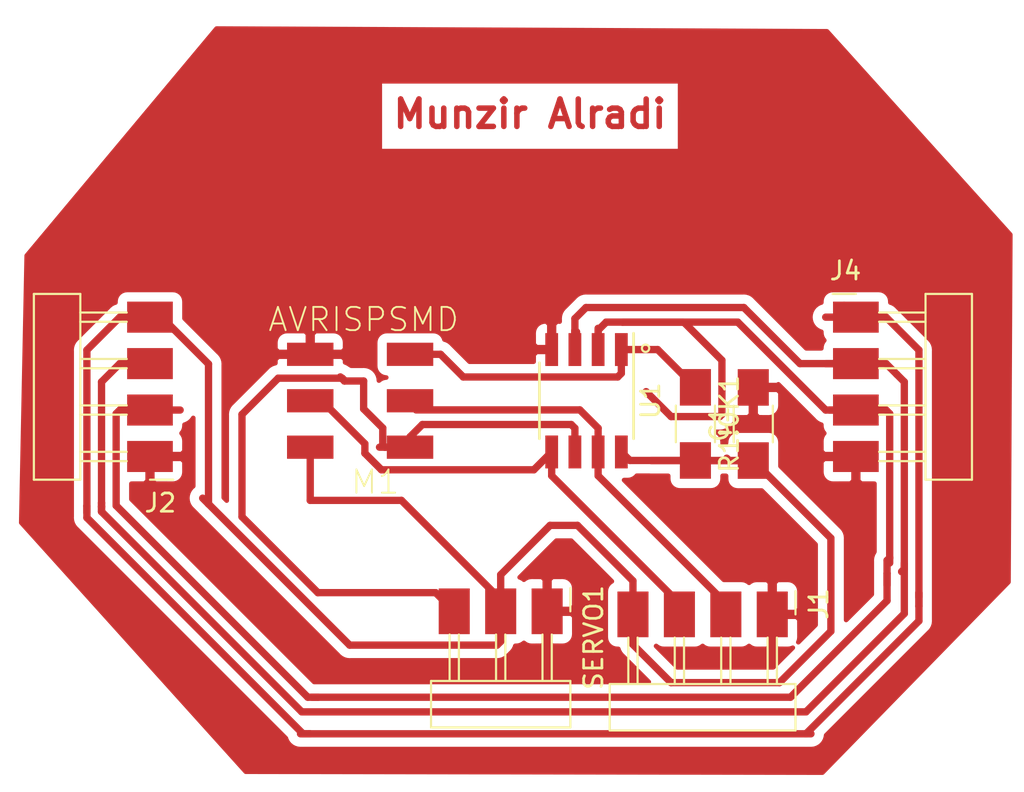
<source format=kicad_pcb>
(kicad_pcb (version 20171130) (host pcbnew "(5.1.9)-1")

  (general
    (thickness 1.6)
    (drawings 22)
    (tracks 154)
    (zones 0)
    (modules 8)
    (nets 9)
  )

  (page A4)
  (layers
    (0 F.Cu signal)
    (31 B.Cu signal)
    (32 B.Adhes user)
    (33 F.Adhes user)
    (34 B.Paste user)
    (35 F.Paste user)
    (36 B.SilkS user)
    (37 F.SilkS user)
    (38 B.Mask user)
    (39 F.Mask user)
    (40 Dwgs.User user)
    (41 Cmts.User user)
    (42 Eco1.User user)
    (43 Eco2.User user)
    (44 Edge.Cuts user)
    (45 Margin user)
    (46 B.CrtYd user)
    (47 F.CrtYd user)
    (48 B.Fab user)
    (49 F.Fab user)
  )

  (setup
    (last_trace_width 0.4)
    (trace_clearance 0.4)
    (zone_clearance 0.508)
    (zone_45_only no)
    (trace_min 0.2)
    (via_size 0.8)
    (via_drill 0.4)
    (via_min_size 0.4)
    (via_min_drill 0.3)
    (uvia_size 0.3)
    (uvia_drill 0.1)
    (uvias_allowed no)
    (uvia_min_size 0.2)
    (uvia_min_drill 0.1)
    (edge_width 0.05)
    (segment_width 0.2)
    (pcb_text_width 0.3)
    (pcb_text_size 1.5 1.5)
    (mod_edge_width 0.12)
    (mod_text_size 1 1)
    (mod_text_width 0.15)
    (pad_size 1.524 1.524)
    (pad_drill 0.762)
    (pad_to_mask_clearance 0)
    (aux_axis_origin 0 0)
    (visible_elements 7FFFFFFF)
    (pcbplotparams
      (layerselection 0x010fc_ffffffff)
      (usegerberextensions false)
      (usegerberattributes true)
      (usegerberadvancedattributes true)
      (creategerberjobfile true)
      (excludeedgelayer true)
      (linewidth 0.100000)
      (plotframeref false)
      (viasonmask false)
      (mode 1)
      (useauxorigin false)
      (hpglpennumber 1)
      (hpglpenspeed 20)
      (hpglpendiameter 15.000000)
      (psnegative false)
      (psa4output false)
      (plotreference true)
      (plotvalue true)
      (plotinvisibletext false)
      (padsonsilk false)
      (subtractmaskfromsilk false)
      (outputformat 1)
      (mirror false)
      (drillshape 1)
      (scaleselection 1)
      (outputdirectory ""))
  )

  (net 0 "")
  (net 1 GND)
  (net 2 +5V)
  (net 3 /SCK-TX-SCL)
  (net 4 /MOSI-SDA)
  (net 5 /RXD)
  (net 6 /TXD)
  (net 7 /MISO-Servo-D0-RX)
  (net 8 /RST)

  (net_class Default "This is the default net class."
    (clearance 0.4)
    (trace_width 0.4)
    (via_dia 0.8)
    (via_drill 0.4)
    (uvia_dia 0.3)
    (uvia_drill 0.1)
    (add_net +5V)
    (add_net /MISO-Servo-D0-RX)
    (add_net /MOSI-SDA)
    (add_net /RST)
    (add_net /RXD)
    (add_net /SCK-TX-SCL)
    (add_net /TXD)
    (add_net GND)
  )

  (module fab:SOIC-8_3.9x4.9mm_P1.27mm (layer F.Cu) (tedit 6002FE9A) (tstamp 609888BC)
    (at 174.244 100.584 270)
    (tags "SOIC 1.27")
    (path /60965D48)
    (attr smd)
    (fp_text reference U1 (at 0 -3.5 90) (layer F.SilkS)
      (effects (font (size 1 1) (thickness 0.15)))
    )
    (fp_text value Microcontroller_ATtiny45V-10SU (at 0 3.683 90) (layer F.Fab)
      (effects (font (size 1 1) (thickness 0.15)))
    )
    (fp_line (start -3.9 2.75) (end -3.9 -2.8) (layer B.CrtYd) (width 0.05))
    (fp_line (start 3.95 2.75) (end -3.9 2.75) (layer B.CrtYd) (width 0.05))
    (fp_line (start 3.95 -2.8) (end 3.95 2.75) (layer B.CrtYd) (width 0.05))
    (fp_line (start -3.9 -2.8) (end 3.95 -2.8) (layer B.CrtYd) (width 0.05))
    (fp_line (start -1.95 -2.45) (end -1.95 2.45) (layer F.Fab) (width 0.1))
    (fp_line (start 1.95 -2.45) (end 1.95 2.45) (layer F.Fab) (width 0.1))
    (fp_line (start -1.95 2.45) (end 1.95 2.45) (layer F.Fab) (width 0.1))
    (fp_line (start -1.95 -2.45) (end 1.95 -2.45) (layer F.Fab) (width 0.1))
    (fp_line (start -2.075 2.575) (end 2.075 2.575) (layer F.SilkS) (width 0.15))
    (fp_line (start -3.69 -2.575) (end 2.075 -2.575) (layer F.SilkS) (width 0.15))
    (fp_circle (center -2.87 -3.23) (end -2.67 -3.23) (layer F.SilkS) (width 0.12))
    (fp_text user %R (at 0 0 90) (layer F.Fab)
      (effects (font (size 0.9 0.9) (thickness 0.135)))
    )
    (pad 8 smd rect (at 2.8 -1.905 270) (size 1.8 0.7) (layers F.Cu F.Paste F.Mask)
      (net 2 +5V))
    (pad 7 smd rect (at 2.8 -0.635 270) (size 1.8 0.7) (layers F.Cu F.Paste F.Mask)
      (net 3 /SCK-TX-SCL))
    (pad 6 smd rect (at 2.8 0.635 270) (size 1.8 0.7) (layers F.Cu F.Paste F.Mask)
      (net 7 /MISO-Servo-D0-RX))
    (pad 5 smd rect (at 2.8 1.905 270) (size 1.8 0.7) (layers F.Cu F.Paste F.Mask)
      (net 4 /MOSI-SDA))
    (pad 4 smd rect (at -2.8 1.905 270) (size 1.8 0.7) (layers F.Cu F.Paste F.Mask)
      (net 1 GND))
    (pad 3 smd rect (at -2.8 0.635 270) (size 1.8 0.7) (layers F.Cu F.Paste F.Mask)
      (net 5 /RXD))
    (pad 2 smd rect (at -2.8 -0.635 270) (size 1.8 0.7) (layers F.Cu F.Paste F.Mask)
      (net 6 /TXD))
    (pad 1 smd rect (at -2.8 -1.905 270) (size 1.8 0.7) (layers F.Cu F.Paste F.Mask)
      (net 8 /RST))
    (model ${FAB}/fab.3dshapes/SOIC-8_3.9x4.9mm_P1.27mm.step
      (at (xyz 0 0 0))
      (scale (xyz 1 1 1))
      (rotate (xyz 0 0 0))
    )
  )

  (module fab:Header_SMD_01x03_P2.54mm_Horizontal_Male (layer F.Cu) (tedit 5FFC95A6) (tstamp 609888A4)
    (at 172.09 112.1 270)
    (descr https://s3.amazonaws.com/catalogspreads-pdf/PAGE112-113%20.100%20MALE%20HDR.pdf)
    (tags "horizontal pin header SMD 2.54mm")
    (path /6096C0A8)
    (attr smd)
    (fp_text reference SERVO1 (at -1.524 -2.54 270) (layer F.SilkS)
      (effects (font (size 1 1) (thickness 0.15)) (justify right))
    )
    (fp_text value Conn_01x03_Male (at 2.6 8.3 270) (layer F.Fab)
      (effects (font (size 1 1) (thickness 0.15)))
    )
    (fp_line (start 6.4 -1.8) (end -1.8 -1.8) (layer F.CrtYd) (width 0.05))
    (fp_line (start 6.4 6.9) (end 6.4 -1.8) (layer F.CrtYd) (width 0.05))
    (fp_line (start -1.8 6.9) (end 6.4 6.9) (layer F.CrtYd) (width 0.05))
    (fp_line (start -1.8 -1.8) (end -1.8 6.9) (layer F.CrtYd) (width 0.05))
    (fp_line (start -1.27 -1.27) (end 0 -1.27) (layer F.SilkS) (width 0.12))
    (fp_line (start 3.81 6.35) (end 3.8 -1.27) (layer F.Fab) (width 0.1))
    (fp_line (start 3.8 -1.27) (end 6.34 -1.27) (layer F.Fab) (width 0.1))
    (fp_line (start 3.8 6.35) (end 6.35 6.35) (layer F.Fab) (width 0.1))
    (fp_line (start 6.34 -1.27) (end 6.35 6.35) (layer F.Fab) (width 0.1))
    (fp_line (start 3.81 0) (end -0.635 0) (layer F.Fab) (width 0.1))
    (fp_line (start 3.81 2.54) (end -0.635 2.54) (layer F.Fab) (width 0.1))
    (fp_line (start 3.81 5.08) (end -0.635 5.08) (layer F.Fab) (width 0.1))
    (fp_line (start 3.81 -1.27) (end 6.35 -1.27) (layer F.SilkS) (width 0.12))
    (fp_line (start 6.35 -1.27) (end 6.35 6.35) (layer F.SilkS) (width 0.12))
    (fp_line (start 6.35 6.35) (end 3.81 6.35) (layer F.SilkS) (width 0.12))
    (fp_line (start 3.81 6.35) (end 3.81 -1.27) (layer F.SilkS) (width 0.12))
    (fp_line (start 3.81 -0.254) (end 1.27 -0.254) (layer F.SilkS) (width 0.12))
    (fp_line (start 3.81 0.254) (end 1.27 0.254) (layer F.SilkS) (width 0.12))
    (fp_line (start 3.81 2.286) (end 1.27 2.286) (layer F.SilkS) (width 0.12))
    (fp_line (start 3.81 2.794) (end 1.27 2.794) (layer F.SilkS) (width 0.12))
    (fp_line (start 3.81 4.826) (end 1.27 4.826) (layer F.SilkS) (width 0.12))
    (fp_line (start 3.81 5.334) (end 1.27 5.334) (layer F.SilkS) (width 0.12))
    (fp_line (start -0.635 -0.254) (end -0.635 0.254) (layer F.Fab) (width 0.1))
    (fp_line (start -0.635 2.286) (end -0.635 2.794) (layer F.Fab) (width 0.1))
    (fp_line (start -0.635 4.826) (end -0.635 5.334) (layer F.Fab) (width 0.1))
    (fp_text user %R (at 2.4 2.6) (layer F.Fab)
      (effects (font (size 1 1) (thickness 0.15)))
    )
    (pad 1 smd rect (at 0 0 270) (size 2.5 1.7) (layers F.Cu F.Paste F.Mask)
      (net 1 GND))
    (pad 2 smd rect (at 0 2.54 270) (size 2.5 1.7) (layers F.Cu F.Paste F.Mask)
      (net 2 +5V))
    (pad 3 smd rect (at 0 5.08 270) (size 2.5 1.7) (layers F.Cu F.Paste F.Mask)
      (net 7 /MISO-Servo-D0-RX))
    (model "$(FAB)/fab.3dshapes/Header_SMD_01x03_P2.54mm_Horizontal_Male.step"
      (at (xyz 0 0 0))
      (scale (xyz 1 1 1))
      (rotate (xyz 0 0 0))
    )
  )

  (module fab:Header_SMD_01x04_P2.54mm_Horizontal_Male (layer F.Cu) (tedit 5FFCB1D6) (tstamp 609887E6)
    (at 150.368 103.632 180)
    (descr https://s3.amazonaws.com/catalogspreads-pdf/PAGE112-113%20.100%20MALE%20HDR.pdf)
    (tags "horizontal pin header SMD 2.54mm")
    (path /60971B5C)
    (attr smd)
    (fp_text reference J2 (at -1.524 -2.54 180) (layer F.SilkS)
      (effects (font (size 1 1) (thickness 0.15)) (justify right))
    )
    (fp_text value BusL (at 0 10.795) (layer F.Fab)
      (effects (font (size 1 1) (thickness 0.15)))
    )
    (fp_line (start 6.4 -1.8) (end -1.8 -1.8) (layer F.CrtYd) (width 0.05))
    (fp_line (start 6.4 9.4) (end 6.4 -1.8) (layer F.CrtYd) (width 0.05))
    (fp_line (start -1.8 9.4) (end 6.4 9.4) (layer F.CrtYd) (width 0.05))
    (fp_line (start -1.8 -1.8) (end -1.8 9.4) (layer F.CrtYd) (width 0.05))
    (fp_line (start -1.27 -1.27) (end 0 -1.27) (layer F.SilkS) (width 0.12))
    (fp_line (start 3.8 8.89) (end 3.8 -1.27) (layer F.Fab) (width 0.1))
    (fp_line (start 3.8 -1.27) (end 6.34 -1.27) (layer F.Fab) (width 0.1))
    (fp_line (start 3.8 8.89) (end 6.35 8.89) (layer F.Fab) (width 0.1))
    (fp_line (start 6.34 -1.27) (end 6.35 8.89) (layer F.Fab) (width 0.1))
    (fp_line (start 3.81 0) (end -0.635 0) (layer F.Fab) (width 0.1))
    (fp_line (start 3.81 2.54) (end -0.635 2.54) (layer F.Fab) (width 0.1))
    (fp_line (start 3.81 5.08) (end -0.635 5.08) (layer F.Fab) (width 0.1))
    (fp_line (start 3.81 7.62) (end -0.635 7.62) (layer F.Fab) (width 0.1))
    (fp_line (start 3.81 -1.27) (end 6.35 -1.27) (layer F.SilkS) (width 0.12))
    (fp_line (start 6.35 -1.27) (end 6.35 8.89) (layer F.SilkS) (width 0.12))
    (fp_line (start 6.35 8.89) (end 3.81 8.89) (layer F.SilkS) (width 0.12))
    (fp_line (start 3.81 8.89) (end 3.81 -1.27) (layer F.SilkS) (width 0.12))
    (fp_line (start 3.81 -0.254) (end 1.27 -0.254) (layer F.SilkS) (width 0.12))
    (fp_line (start 3.81 0.254) (end 1.27 0.254) (layer F.SilkS) (width 0.12))
    (fp_line (start 3.81 2.286) (end 1.27 2.286) (layer F.SilkS) (width 0.12))
    (fp_line (start 3.81 2.794) (end 1.27 2.794) (layer F.SilkS) (width 0.12))
    (fp_line (start 3.81 4.826) (end 1.27 4.826) (layer F.SilkS) (width 0.12))
    (fp_line (start 3.81 5.334) (end 1.27 5.334) (layer F.SilkS) (width 0.12))
    (fp_line (start 3.81 7.366) (end 1.27 7.366) (layer F.SilkS) (width 0.12))
    (fp_line (start 3.81 7.874) (end 1.27 7.874) (layer F.SilkS) (width 0.12))
    (fp_line (start -0.635 -0.254) (end -0.635 0.254) (layer F.Fab) (width 0.1))
    (fp_line (start -0.635 2.286) (end -0.635 2.794) (layer F.Fab) (width 0.1))
    (fp_line (start -0.635 4.826) (end -0.635 5.334) (layer F.Fab) (width 0.1))
    (fp_line (start -0.635 7.366) (end -0.635 7.874) (layer F.Fab) (width 0.1))
    (fp_text user %R (at 2.5 3.9 90) (layer F.Fab)
      (effects (font (size 1 1) (thickness 0.15)))
    )
    (pad 4 smd rect (at 0 7.62 180) (size 2.5 1.7) (layers F.Cu F.Paste F.Mask)
      (net 2 +5V))
    (pad 3 smd rect (at 0 5.08 180) (size 2.5 1.7) (layers F.Cu F.Paste F.Mask)
      (net 5 /RXD))
    (pad 2 smd rect (at 0 2.54 180) (size 2.5 1.7) (layers F.Cu F.Paste F.Mask)
      (net 6 /TXD))
    (pad 1 smd rect (at 0 0 180) (size 2.5 1.7) (layers F.Cu F.Paste F.Mask)
      (net 1 GND))
    (model ${FAB}/fab.3dshapes/Header_SMD_01x04_P2.54mm_Horizontal_Male.step
      (at (xyz 0 0 0))
      (scale (xyz 1 1 1))
      (rotate (xyz 0 0 0))
    )
  )

  (module fab:C_1206 (layer F.Cu) (tedit 6002C54C) (tstamp 6098879A)
    (at 183.365001 101.854999 90)
    (descr "Capacitor SMD 1206, hand soldering")
    (tags "capacitor 1206")
    (path /60973B48)
    (attr smd)
    (fp_text reference C1 (at 0 -1.85 90) (layer F.SilkS)
      (effects (font (size 1 1) (thickness 0.15)))
    )
    (fp_text value 1uf (at 0 1.9 90) (layer F.Fab)
      (effects (font (size 1 1) (thickness 0.15)))
    )
    (fp_line (start -1.6 0.8) (end -1.6 -0.8) (layer F.Fab) (width 0.1))
    (fp_line (start 1.6 0.8) (end -1.6 0.8) (layer F.Fab) (width 0.1))
    (fp_line (start 1.6 -0.8) (end 1.6 0.8) (layer F.Fab) (width 0.1))
    (fp_line (start -1.6 -0.8) (end 1.6 -0.8) (layer F.Fab) (width 0.1))
    (fp_line (start 1 1.07) (end -1 1.07) (layer F.SilkS) (width 0.12))
    (fp_line (start -1 -1.07) (end 1 -1.07) (layer F.SilkS) (width 0.12))
    (fp_line (start -3.25 -1.11) (end 3.25 -1.11) (layer F.CrtYd) (width 0.05))
    (fp_line (start -3.25 -1.11) (end -3.25 1.1) (layer F.CrtYd) (width 0.05))
    (fp_line (start 3.25 1.1) (end 3.25 -1.11) (layer F.CrtYd) (width 0.05))
    (fp_line (start 3.25 1.1) (end -3.25 1.1) (layer F.CrtYd) (width 0.05))
    (fp_text user %R (at 0 0 90) (layer F.Fab)
      (effects (font (size 0.7 0.7) (thickness 0.105)))
    )
    (pad 2 smd rect (at 2 0 90) (size 2 1.7) (layers F.Cu F.Paste F.Mask)
      (net 1 GND))
    (pad 1 smd rect (at -2 0 90) (size 2 1.7) (layers F.Cu F.Paste F.Mask)
      (net 2 +5V))
    (model ${FAB}/fab.3dshapes/C_1206.step
      (at (xyz 0 0 0))
      (scale (xyz 1 1 1))
      (rotate (xyz 0 0 0))
    )
  )

  (module fab:Header_SMD_01x04_P2.54mm_Horizontal_Male (layer F.Cu) (tedit 5FFCB1D6) (tstamp 609887C0)
    (at 184.404 112.268 270)
    (descr https://s3.amazonaws.com/catalogspreads-pdf/PAGE112-113%20.100%20MALE%20HDR.pdf)
    (tags "horizontal pin header SMD 2.54mm")
    (path /609A4F06)
    (attr smd)
    (fp_text reference J1 (at -1.524 -2.54 270) (layer F.SilkS)
      (effects (font (size 1 1) (thickness 0.15)) (justify right))
    )
    (fp_text value I2C (at 0 10.795 90) (layer F.Fab)
      (effects (font (size 1 1) (thickness 0.15)))
    )
    (fp_line (start -0.635 7.366) (end -0.635 7.874) (layer F.Fab) (width 0.1))
    (fp_line (start -0.635 4.826) (end -0.635 5.334) (layer F.Fab) (width 0.1))
    (fp_line (start -0.635 2.286) (end -0.635 2.794) (layer F.Fab) (width 0.1))
    (fp_line (start -0.635 -0.254) (end -0.635 0.254) (layer F.Fab) (width 0.1))
    (fp_line (start 3.81 7.874) (end 1.27 7.874) (layer F.SilkS) (width 0.12))
    (fp_line (start 3.81 7.366) (end 1.27 7.366) (layer F.SilkS) (width 0.12))
    (fp_line (start 3.81 5.334) (end 1.27 5.334) (layer F.SilkS) (width 0.12))
    (fp_line (start 3.81 4.826) (end 1.27 4.826) (layer F.SilkS) (width 0.12))
    (fp_line (start 3.81 2.794) (end 1.27 2.794) (layer F.SilkS) (width 0.12))
    (fp_line (start 3.81 2.286) (end 1.27 2.286) (layer F.SilkS) (width 0.12))
    (fp_line (start 3.81 0.254) (end 1.27 0.254) (layer F.SilkS) (width 0.12))
    (fp_line (start 3.81 -0.254) (end 1.27 -0.254) (layer F.SilkS) (width 0.12))
    (fp_line (start 3.81 8.89) (end 3.81 -1.27) (layer F.SilkS) (width 0.12))
    (fp_line (start 6.35 8.89) (end 3.81 8.89) (layer F.SilkS) (width 0.12))
    (fp_line (start 6.35 -1.27) (end 6.35 8.89) (layer F.SilkS) (width 0.12))
    (fp_line (start 3.81 -1.27) (end 6.35 -1.27) (layer F.SilkS) (width 0.12))
    (fp_line (start 3.81 7.62) (end -0.635 7.62) (layer F.Fab) (width 0.1))
    (fp_line (start 3.81 5.08) (end -0.635 5.08) (layer F.Fab) (width 0.1))
    (fp_line (start 3.81 2.54) (end -0.635 2.54) (layer F.Fab) (width 0.1))
    (fp_line (start 3.81 0) (end -0.635 0) (layer F.Fab) (width 0.1))
    (fp_line (start 6.34 -1.27) (end 6.35 8.89) (layer F.Fab) (width 0.1))
    (fp_line (start 3.8 8.89) (end 6.35 8.89) (layer F.Fab) (width 0.1))
    (fp_line (start 3.8 -1.27) (end 6.34 -1.27) (layer F.Fab) (width 0.1))
    (fp_line (start 3.8 8.89) (end 3.8 -1.27) (layer F.Fab) (width 0.1))
    (fp_line (start -1.27 -1.27) (end 0 -1.27) (layer F.SilkS) (width 0.12))
    (fp_line (start -1.8 -1.8) (end -1.8 9.4) (layer F.CrtYd) (width 0.05))
    (fp_line (start -1.8 9.4) (end 6.4 9.4) (layer F.CrtYd) (width 0.05))
    (fp_line (start 6.4 9.4) (end 6.4 -1.8) (layer F.CrtYd) (width 0.05))
    (fp_line (start 6.4 -1.8) (end -1.8 -1.8) (layer F.CrtYd) (width 0.05))
    (fp_text user %R (at 2.5 3.9) (layer F.Fab)
      (effects (font (size 1 1) (thickness 0.15)))
    )
    (pad 1 smd rect (at 0 0 270) (size 2.5 1.7) (layers F.Cu F.Paste F.Mask)
      (net 1 GND))
    (pad 2 smd rect (at 0 2.54 270) (size 2.5 1.7) (layers F.Cu F.Paste F.Mask)
      (net 3 /SCK-TX-SCL))
    (pad 3 smd rect (at 0 5.08 270) (size 2.5 1.7) (layers F.Cu F.Paste F.Mask)
      (net 4 /MOSI-SDA))
    (pad 4 smd rect (at 0 7.62 270) (size 2.5 1.7) (layers F.Cu F.Paste F.Mask)
      (net 2 +5V))
    (model ${FAB}/fab.3dshapes/Header_SMD_01x04_P2.54mm_Horizontal_Male.step
      (at (xyz 0 0 0))
      (scale (xyz 1 1 1))
      (rotate (xyz 0 0 0))
    )
  )

  (module fab:Header_SMD_01x04_P2.54mm_Horizontal_Male (layer F.Cu) (tedit 5FFCB1D6) (tstamp 60988842)
    (at 188.976 96.012)
    (descr https://s3.amazonaws.com/catalogspreads-pdf/PAGE112-113%20.100%20MALE%20HDR.pdf)
    (tags "horizontal pin header SMD 2.54mm")
    (path /6096CA43)
    (attr smd)
    (fp_text reference J4 (at -1.524 -2.54 180) (layer F.SilkS)
      (effects (font (size 1 1) (thickness 0.15)) (justify left))
    )
    (fp_text value busR (at 0 10.795) (layer F.Fab)
      (effects (font (size 1 1) (thickness 0.15)))
    )
    (fp_line (start -0.635 7.366) (end -0.635 7.874) (layer F.Fab) (width 0.1))
    (fp_line (start -0.635 4.826) (end -0.635 5.334) (layer F.Fab) (width 0.1))
    (fp_line (start -0.635 2.286) (end -0.635 2.794) (layer F.Fab) (width 0.1))
    (fp_line (start -0.635 -0.254) (end -0.635 0.254) (layer F.Fab) (width 0.1))
    (fp_line (start 3.81 7.874) (end 1.27 7.874) (layer F.SilkS) (width 0.12))
    (fp_line (start 3.81 7.366) (end 1.27 7.366) (layer F.SilkS) (width 0.12))
    (fp_line (start 3.81 5.334) (end 1.27 5.334) (layer F.SilkS) (width 0.12))
    (fp_line (start 3.81 4.826) (end 1.27 4.826) (layer F.SilkS) (width 0.12))
    (fp_line (start 3.81 2.794) (end 1.27 2.794) (layer F.SilkS) (width 0.12))
    (fp_line (start 3.81 2.286) (end 1.27 2.286) (layer F.SilkS) (width 0.12))
    (fp_line (start 3.81 0.254) (end 1.27 0.254) (layer F.SilkS) (width 0.12))
    (fp_line (start 3.81 -0.254) (end 1.27 -0.254) (layer F.SilkS) (width 0.12))
    (fp_line (start 3.81 8.89) (end 3.81 -1.27) (layer F.SilkS) (width 0.12))
    (fp_line (start 6.35 8.89) (end 3.81 8.89) (layer F.SilkS) (width 0.12))
    (fp_line (start 6.35 -1.27) (end 6.35 8.89) (layer F.SilkS) (width 0.12))
    (fp_line (start 3.81 -1.27) (end 6.35 -1.27) (layer F.SilkS) (width 0.12))
    (fp_line (start 3.81 7.62) (end -0.635 7.62) (layer F.Fab) (width 0.1))
    (fp_line (start 3.81 5.08) (end -0.635 5.08) (layer F.Fab) (width 0.1))
    (fp_line (start 3.81 2.54) (end -0.635 2.54) (layer F.Fab) (width 0.1))
    (fp_line (start 3.81 0) (end -0.635 0) (layer F.Fab) (width 0.1))
    (fp_line (start 6.34 -1.27) (end 6.35 8.89) (layer F.Fab) (width 0.1))
    (fp_line (start 3.8 8.89) (end 6.35 8.89) (layer F.Fab) (width 0.1))
    (fp_line (start 3.8 -1.27) (end 6.34 -1.27) (layer F.Fab) (width 0.1))
    (fp_line (start 3.8 8.89) (end 3.8 -1.27) (layer F.Fab) (width 0.1))
    (fp_line (start -1.27 -1.27) (end 0 -1.27) (layer F.SilkS) (width 0.12))
    (fp_line (start -1.8 -1.8) (end -1.8 9.4) (layer F.CrtYd) (width 0.05))
    (fp_line (start -1.8 9.4) (end 6.4 9.4) (layer F.CrtYd) (width 0.05))
    (fp_line (start 6.4 9.4) (end 6.4 -1.8) (layer F.CrtYd) (width 0.05))
    (fp_line (start 6.4 -1.8) (end -1.8 -1.8) (layer F.CrtYd) (width 0.05))
    (fp_text user %R (at 2.5 3.9 90) (layer F.Fab)
      (effects (font (size 1 1) (thickness 0.15)))
    )
    (pad 1 smd rect (at 0 0) (size 2.5 1.7) (layers F.Cu F.Paste F.Mask)
      (net 2 +5V))
    (pad 2 smd rect (at 0 2.54) (size 2.5 1.7) (layers F.Cu F.Paste F.Mask)
      (net 5 /RXD))
    (pad 3 smd rect (at 0 5.08) (size 2.5 1.7) (layers F.Cu F.Paste F.Mask)
      (net 6 /TXD))
    (pad 4 smd rect (at 0 7.62) (size 2.5 1.7) (layers F.Cu F.Paste F.Mask)
      (net 1 GND))
    (model ${FAB}/fab.3dshapes/Header_SMD_01x04_P2.54mm_Horizontal_Male.step
      (at (xyz 0 0 0))
      (scale (xyz 1 1 1))
      (rotate (xyz 0 0 0))
    )
  )

  (module fab:fab-2X03SMD (layer F.Cu) (tedit 200000) (tstamp 60988861)
    (at 162.052 100.584 180)
    (path /60968532)
    (attr smd)
    (fp_text reference M1 (at -0.635 -4.445) (layer F.SilkS)
      (effects (font (size 1.27 1.27) (thickness 0.1016)))
    )
    (fp_text value AVRISPSMD (at 0 4.445) (layer F.SilkS)
      (effects (font (size 1.27 1.27) (thickness 0.1016)))
    )
    (pad 1 smd rect (at -2.54 -2.54 180) (size 2.54 1.27) (layers F.Cu F.Paste F.Mask)
      (net 7 /MISO-Servo-D0-RX))
    (pad 2 smd rect (at 2.91846 -2.54 180) (size 2.54 1.27) (layers F.Cu F.Paste F.Mask)
      (net 2 +5V))
    (pad 3 smd rect (at -2.54 0 180) (size 2.54 1.27) (layers F.Cu F.Paste F.Mask)
      (net 3 /SCK-TX-SCL))
    (pad 4 smd rect (at 2.91846 0 180) (size 2.54 1.27) (layers F.Cu F.Paste F.Mask)
      (net 4 /MOSI-SDA))
    (pad 5 smd rect (at -2.54 2.54 180) (size 2.54 1.27) (layers F.Cu F.Paste F.Mask)
      (net 8 /RST))
    (pad 6 smd rect (at 2.91846 2.54 180) (size 2.54 1.27) (layers F.Cu F.Paste F.Mask)
      (net 1 GND))
  )

  (module fab:R_1206 (layer F.Cu) (tedit 60020482) (tstamp 60988883)
    (at 180.2 101.85 270)
    (descr "Resistor SMD 1206, hand soldering")
    (tags "resistor 1206")
    (path /609711A5)
    (attr smd)
    (fp_text reference R1!0K1 (at 0 -1.85 90) (layer F.SilkS)
      (effects (font (size 1 1) (thickness 0.15)))
    )
    (fp_text value R (at 0 1.9 90) (layer F.Fab)
      (effects (font (size 1 1) (thickness 0.15)))
    )
    (fp_line (start -1.6 0.8) (end -1.6 -0.8) (layer F.Fab) (width 0.1))
    (fp_line (start 1.6 0.8) (end -1.6 0.8) (layer F.Fab) (width 0.1))
    (fp_line (start 1.6 -0.8) (end 1.6 0.8) (layer F.Fab) (width 0.1))
    (fp_line (start -1.6 -0.8) (end 1.6 -0.8) (layer F.Fab) (width 0.1))
    (fp_line (start 1 1.07) (end -1 1.07) (layer F.SilkS) (width 0.12))
    (fp_line (start -1 -1.07) (end 1 -1.07) (layer F.SilkS) (width 0.12))
    (fp_line (start -3.25 -1.11) (end 3.25 -1.11) (layer F.CrtYd) (width 0.05))
    (fp_line (start -3.25 -1.11) (end -3.25 1.1) (layer F.CrtYd) (width 0.05))
    (fp_line (start 3.25 1.1) (end 3.25 -1.11) (layer F.CrtYd) (width 0.05))
    (fp_line (start 3.25 1.1) (end -3.25 1.1) (layer F.CrtYd) (width 0.05))
    (fp_text user %R (at 0 0 90) (layer F.Fab)
      (effects (font (size 0.7 0.7) (thickness 0.105)))
    )
    (pad 2 smd rect (at 2 0 270) (size 2 1.7) (layers F.Cu F.Paste F.Mask)
      (net 2 +5V))
    (pad 1 smd rect (at -2 0 270) (size 2 1.7) (layers F.Cu F.Paste F.Mask)
      (net 8 /RST))
    (model ${FAB}/fab.3dshapes/R_1206.step
      (at (xyz 0 0 0))
      (scale (xyz 1 1 1))
      (rotate (xyz 0 0 0))
    )
  )

  (gr_poly (pts (xy 187.45 80.15) (xy 197.6 91.5) (xy 197.5 110.55) (xy 187.15 121.2) (xy 155.55 121.05) (xy 143.15 107.3) (xy 143.4 92.55) (xy 154.1 79.9)) (layer Dwgs.User) (width 0.1))
  (gr_line (start 198.12 88.9) (end 187.96 78.74) (layer Margin) (width 0.15) (tstamp 6098F7A6))
  (gr_line (start 198.12 111.76) (end 198.12 88.9) (layer Margin) (width 0.15))
  (gr_line (start 187.96 121.92) (end 198.12 111.76) (layer Margin) (width 0.15))
  (gr_line (start 154.94 121.92) (end 187.96 121.92) (layer Margin) (width 0.15))
  (gr_line (start 142.24 109.22) (end 154.94 121.92) (layer Margin) (width 0.15))
  (gr_line (start 142.24 106.68) (end 142.24 109.22) (layer Margin) (width 0.15))
  (gr_line (start 142.24 91.44) (end 142.24 106.68) (layer Margin) (width 0.15))
  (gr_line (start 152.4 78.74) (end 142.24 91.44) (layer Margin) (width 0.15))
  (gr_line (start 187.96 78.74) (end 152.4 78.74) (layer Margin) (width 0.15))
  (gr_text "Munzir Alradi" (at 171.15 84.9) (layer F.Cu)
    (effects (font (size 1.5 1.5) (thickness 0.3)))
  )
  (gr_line (start 197.5 110.55) (end 197.45 107.7) (layer Dwgs.User) (width 0.15))
  (gr_line (start 187.15 121.2) (end 197.5 110.55) (layer Dwgs.User) (width 0.15))
  (gr_line (start 185.3 121.2) (end 187.15 121.2) (layer Dwgs.User) (width 0.15))
  (gr_line (start 197.6 91.5) (end 187.45 80.15) (layer Dwgs.User) (width 0.15))
  (gr_line (start 154 79.9) (end 153.65 80) (layer Dwgs.User) (width 0.15) (tstamp 6098E213))
  (gr_line (start 187.45 80.15) (end 153.65 80) (layer Dwgs.User) (width 0.15))
  (gr_line (start 197.45 107.65) (end 197.6 91.5) (layer Dwgs.User) (width 0.15))
  (gr_line (start 155.55 121.05) (end 185.3 121.2) (layer Dwgs.User) (width 0.15))
  (gr_line (start 143.15 107.3) (end 155.55 121.05) (layer Dwgs.User) (width 0.15))
  (gr_line (start 143.4 92.55) (end 143.15 107.3) (layer Dwgs.User) (width 0.15))
  (gr_line (start 154.1 79.9) (end 143.4 92.55) (layer Dwgs.User) (width 0.15))

  (segment (start 169.55 111.459998) (end 169.55 112.1) (width 0.4) (layer F.Cu) (net 2))
  (segment (start 176.615 103.85) (end 176.149 103.384) (width 0.4) (layer F.Cu) (net 2))
  (segment (start 180.2 103.85) (end 176.615 103.85) (width 0.4) (layer F.Cu) (net 2))
  (segment (start 180.204999 103.854999) (end 180.2 103.85) (width 0.4) (layer F.Cu) (net 2))
  (segment (start 169.55 112.1) (end 169.55 110.1) (width 0.4) (layer F.Cu) (net 2))
  (segment (start 169.55 110.1) (end 172.25 107.4) (width 0.4) (layer F.Cu) (net 2))
  (segment (start 172.25 107.4) (end 173.75 107.4) (width 0.4) (layer F.Cu) (net 2))
  (segment (start 176.784 110.434) (end 176.784 112.268) (width 0.4) (layer F.Cu) (net 2))
  (segment (start 173.75 107.4) (end 176.784 110.434) (width 0.4) (layer F.Cu) (net 2))
  (segment (start 183.365001 103.854999) (end 177.781383 103.854999) (width 0.4) (layer F.Cu) (net 2))
  (segment (start 181.915 103.724998) (end 182.045001 103.854999) (width 0.4) (layer F.Cu) (net 2))
  (segment (start 182.045001 103.854999) (end 180.204999 103.854999) (width 0.4) (layer F.Cu) (net 2))
  (segment (start 183.365001 103.854999) (end 182.045001 103.854999) (width 0.4) (layer F.Cu) (net 2))
  (segment (start 188.33499 95.37099) (end 188.976 96.012) (width 0.4) (layer F.Cu) (net 2))
  (segment (start 192.426021 112.623979) (end 186.25 118.8) (width 0.4) (layer F.Cu) (net 2))
  (segment (start 186.518862 118.8) (end 186.25 118.8) (width 0.4) (layer F.Cu) (net 2))
  (segment (start 192.426021 111.073979) (end 192.426021 111.323979) (width 0.4) (layer F.Cu) (net 2))
  (segment (start 158.737232 118.8) (end 159.1 118.8) (width 0.4) (layer F.Cu) (net 2))
  (segment (start 146.917979 106.332021) (end 146.917979 106.980747) (width 0.4) (layer F.Cu) (net 2))
  (segment (start 159.1 118.8) (end 158.6 118.8) (width 0.4) (layer F.Cu) (net 2))
  (segment (start 146.917979 106.980747) (end 158.737232 118.8) (width 0.4) (layer F.Cu) (net 2))
  (segment (start 186.25 118.8) (end 159.1 118.8) (width 0.4) (layer F.Cu) (net 2))
  (segment (start 146.917979 106.332021) (end 146.917979 106.708729) (width 0.4) (layer F.Cu) (net 2))
  (segment (start 188.976 96.012) (end 187.326 96.012) (width 0.4) (layer F.Cu) (net 2))
  (segment (start 159.13354 103.124) (end 159.13354 106.03354) (width 0.4) (layer F.Cu) (net 2))
  (segment (start 159.13354 106.03354) (end 164.123542 106.03354) (width 0.4) (layer F.Cu) (net 2))
  (segment (start 164.123542 106.03354) (end 169.55 111.459998) (width 0.4) (layer F.Cu) (net 2))
  (segment (start 169.55 113.75) (end 169.55 112.1) (width 0.4) (layer F.Cu) (net 2))
  (segment (start 161.288615 113.950001) (end 169.349999 113.950001) (width 0.4) (layer F.Cu) (net 2))
  (segment (start 169.349999 113.950001) (end 169.55 113.75) (width 0.4) (layer F.Cu) (net 2))
  (segment (start 148.718 96.012) (end 150.368 96.012) (width 0.4) (layer F.Cu) (net 2))
  (segment (start 146.917979 97.812021) (end 148.718 96.012) (width 0.4) (layer F.Cu) (net 2))
  (segment (start 146.917979 106.332021) (end 146.917979 97.812021) (width 0.4) (layer F.Cu) (net 2))
  (segment (start 192.426021 97.812021) (end 192.426021 111.826021) (width 0.4) (layer F.Cu) (net 2))
  (segment (start 190.626 96.012) (end 192.426021 97.812021) (width 0.4) (layer F.Cu) (net 2))
  (segment (start 188.976 96.012) (end 190.626 96.012) (width 0.4) (layer F.Cu) (net 2))
  (segment (start 192.426021 111.826021) (end 192.426021 112.623979) (width 0.4) (layer F.Cu) (net 2))
  (segment (start 192.426021 111.073979) (end 192.426021 111.826021) (width 0.4) (layer F.Cu) (net 2))
  (segment (start 153.569307 98.573305) (end 153.569307 106.230693) (width 0.4) (layer F.Cu) (net 2))
  (segment (start 151.008002 96.012) (end 153.569307 98.573305) (width 0.4) (layer F.Cu) (net 2))
  (segment (start 150.368 96.012) (end 151.008002 96.012) (width 0.4) (layer F.Cu) (net 2))
  (segment (start 153.569307 106.230693) (end 161.288615 113.950001) (width 0.4) (layer F.Cu) (net 2))
  (segment (start 153.25 105.911386) (end 153.569307 106.230693) (width 0.4) (layer F.Cu) (net 2))
  (segment (start 187.609308 113.190692) (end 184.80001 115.99999) (width 0.4) (layer F.Cu) (net 2))
  (segment (start 187.609308 108.099306) (end 187.609308 113.190692) (width 0.4) (layer F.Cu) (net 2))
  (segment (start 183.365001 103.854999) (end 187.609308 108.099306) (width 0.4) (layer F.Cu) (net 2))
  (segment (start 176.784 113.918) (end 176.784 112.268) (width 0.4) (layer F.Cu) (net 2))
  (segment (start 178.86599 115.99999) (end 176.784 113.918) (width 0.4) (layer F.Cu) (net 2))
  (segment (start 184.80001 115.99999) (end 178.86599 115.99999) (width 0.4) (layer F.Cu) (net 2))
  (segment (start 181.864 111.669) (end 181.864 112.268) (width 0.4) (layer F.Cu) (net 3))
  (segment (start 174.879 104.684) (end 181.864 111.669) (width 0.4) (layer F.Cu) (net 3))
  (segment (start 174.879 103.384) (end 174.879 104.684) (width 0.4) (layer F.Cu) (net 3))
  (segment (start 173.878989 101.083989) (end 164.934627 101.083989) (width 0.4) (layer F.Cu) (net 3))
  (segment (start 174.879 102.084) (end 173.878989 101.083989) (width 0.4) (layer F.Cu) (net 3))
  (segment (start 174.879 103.384) (end 174.879 102.084) (width 0.4) (layer F.Cu) (net 3))
  (segment (start 164.592 100.741362) (end 164.592 100.584) (width 0.4) (layer F.Cu) (net 3))
  (segment (start 164.934627 101.083989) (end 164.592 100.741362) (width 0.4) (layer F.Cu) (net 3))
  (segment (start 163.025617 104.359001) (end 171.363999 104.359001) (width 0.4) (layer F.Cu) (net 4))
  (segment (start 171.363999 104.359001) (end 172.339 103.384) (width 0.4) (layer F.Cu) (net 4))
  (segment (start 162.12199 103.455374) (end 163.025617 104.359001) (width 0.4) (layer F.Cu) (net 4))
  (segment (start 162.12199 102.93745) (end 162.12199 103.455374) (width 0.4) (layer F.Cu) (net 4))
  (segment (start 159.76854 100.584) (end 162.12199 102.93745) (width 0.4) (layer F.Cu) (net 4))
  (segment (start 159.13354 100.584) (end 159.76854 100.584) (width 0.4) (layer F.Cu) (net 4))
  (segment (start 172.339 104.684) (end 172.339 103.384) (width 0.4) (layer F.Cu) (net 4))
  (segment (start 179.324 111.669) (end 172.339 104.684) (width 0.4) (layer F.Cu) (net 4))
  (segment (start 179.324 112.268) (end 179.324 111.669) (width 0.4) (layer F.Cu) (net 4))
  (segment (start 173.609 97.691) (end 173.609 97.784) (width 0.4) (layer F.Cu) (net 5))
  (segment (start 173.7 97.6) (end 173.609 97.691) (width 0.4) (layer F.Cu) (net 5))
  (segment (start 173.7 96.814998) (end 173.7 97.6) (width 0.4) (layer F.Cu) (net 5))
  (segment (start 191.481384 109.931384) (end 191.626011 109.786757) (width 0.4) (layer F.Cu) (net 5))
  (segment (start 190.626 98.552) (end 188.976 98.552) (width 0.4) (layer F.Cu) (net 5))
  (segment (start 191.626009 109.786759) (end 191.626009 99.552009) (width 0.4) (layer F.Cu) (net 5))
  (segment (start 191.481384 109.931384) (end 191.626009 109.786759) (width 0.4) (layer F.Cu) (net 5))
  (segment (start 148.718 98.552) (end 147.717989 99.552011) (width 0.4) (layer F.Cu) (net 5))
  (segment (start 150.368 98.552) (end 148.718 98.552) (width 0.4) (layer F.Cu) (net 5))
  (segment (start 191.626009 99.552009) (end 191.212 99.138) (width 0.4) (layer F.Cu) (net 5))
  (segment (start 191.212 99.138) (end 190.626 98.552) (width 0.4) (layer F.Cu) (net 5))
  (segment (start 147.717989 106.167989) (end 147.717989 106.649373) (width 0.4) (layer F.Cu) (net 5))
  (segment (start 147.717989 99.552011) (end 147.717989 106.167989) (width 0.4) (layer F.Cu) (net 5))
  (segment (start 147.717989 106.377355) (end 147.717989 106.167989) (width 0.4) (layer F.Cu) (net 5))
  (segment (start 147.717991 106.377357) (end 147.717989 106.377355) (width 0.4) (layer F.Cu) (net 5))
  (segment (start 147.717991 106.649375) (end 147.717991 106.377357) (width 0.4) (layer F.Cu) (net 5))
  (segment (start 158.668626 117.60001) (end 147.717991 106.649375) (width 0.4) (layer F.Cu) (net 5))
  (segment (start 186.24999 117.60001) (end 158.668626 117.60001) (width 0.4) (layer F.Cu) (net 5))
  (segment (start 191.626011 112.223989) (end 186.24999 117.60001) (width 0.4) (layer F.Cu) (net 5))
  (segment (start 191.626011 109.473991) (end 191.626011 112.223989) (width 0.4) (layer F.Cu) (net 5))
  (segment (start 188.335998 98.552) (end 188.976 98.552) (width 0.4) (layer F.Cu) (net 5))
  (segment (start 173.609 96.723998) (end 173.609 97.784) (width 0.4) (layer F.Cu) (net 5))
  (segment (start 173.609 96.741) (end 173.609 97.784) (width 0.4) (layer F.Cu) (net 5))
  (segment (start 188.976 98.552) (end 187.326 98.552) (width 0.4) (layer F.Cu) (net 5))
  (segment (start 182.849373 95.483989) (end 174.216011 95.483989) (width 0.4) (layer F.Cu) (net 5))
  (segment (start 173.609 96.091) (end 173.609 97.784) (width 0.4) (layer F.Cu) (net 5))
  (segment (start 174.216011 95.483989) (end 173.609 96.091) (width 0.4) (layer F.Cu) (net 5))
  (segment (start 185.917384 98.552) (end 182.849373 95.483989) (width 0.4) (layer F.Cu) (net 5))
  (segment (start 188.976 98.552) (end 185.917384 98.552) (width 0.4) (layer F.Cu) (net 5))
  (segment (start 190.826001 101.292001) (end 190.626 101.092) (width 0.4) (layer F.Cu) (net 6))
  (segment (start 190.626 101.092) (end 188.976 101.092) (width 0.4) (layer F.Cu) (net 6))
  (segment (start 190.681376 109.318624) (end 190.826001 109.173999) (width 0.4) (layer F.Cu) (net 6))
  (segment (start 190.826001 109.173999) (end 190.826001 101.292001) (width 0.4) (layer F.Cu) (net 6))
  (segment (start 190.826001 109.455383) (end 190.826001 109.173999) (width 0.4) (layer F.Cu) (net 6))
  (segment (start 190.681376 111.518624) (end 185.4 116.8) (width 0.4) (layer F.Cu) (net 6))
  (segment (start 190.681376 110.683988) (end 190.681376 110.018624) (width 0.4) (layer F.Cu) (net 6))
  (segment (start 190.681376 110.018624) (end 190.681376 111.518624) (width 0.4) (layer F.Cu) (net 6))
  (segment (start 190.681376 110.018624) (end 190.681376 109.318624) (width 0.4) (layer F.Cu) (net 6))
  (segment (start 159 116.8) (end 159.55 116.8) (width 0.4) (layer F.Cu) (net 6))
  (segment (start 148.517999 106.317999) (end 159 116.8) (width 0.4) (layer F.Cu) (net 6))
  (segment (start 148.517999 101.292001) (end 148.517999 106.317999) (width 0.4) (layer F.Cu) (net 6))
  (segment (start 148.718 101.092) (end 148.517999 101.292001) (width 0.4) (layer F.Cu) (net 6))
  (segment (start 150.368 101.092) (end 148.718 101.092) (width 0.4) (layer F.Cu) (net 6))
  (segment (start 159.55 116.8) (end 185.4 116.8) (width 0.4) (layer F.Cu) (net 6))
  (segment (start 159.234636 116.8) (end 159.55 116.8) (width 0.4) (layer F.Cu) (net 6))
  (segment (start 187.532004 101.092) (end 188.976 101.092) (width 0.4) (layer F.Cu) (net 6))
  (segment (start 174.879 96.621) (end 174.879 97.784) (width 0.4) (layer F.Cu) (net 6))
  (segment (start 174.879 96.723998) (end 174.879 97.784) (width 0.4) (layer F.Cu) (net 6))
  (segment (start 175.318999 96.283999) (end 174.879 96.723998) (width 0.4) (layer F.Cu) (net 6))
  (segment (start 181.650001 98.369999) (end 179.564001 96.283999) (width 0.4) (layer F.Cu) (net 6))
  (segment (start 181.650001 101.330001) (end 181.650001 98.369999) (width 0.4) (layer F.Cu) (net 6))
  (segment (start 178.869999 101.450001) (end 181.530001 101.450001) (width 0.4) (layer F.Cu) (net 6))
  (segment (start 181.530001 101.450001) (end 181.650001 101.330001) (width 0.4) (layer F.Cu) (net 6))
  (segment (start 177.504009 100.084011) (end 178.869999 101.450001) (width 0.4) (layer F.Cu) (net 6))
  (segment (start 150.368 101.092) (end 152.018 101.092) (width 0.4) (layer F.Cu) (net 6))
  (segment (start 182.517999 96.283999) (end 176.216001 96.283999) (width 0.4) (layer F.Cu) (net 6))
  (segment (start 187.326 101.092) (end 182.517999 96.283999) (width 0.4) (layer F.Cu) (net 6))
  (segment (start 188.976 101.092) (end 187.326 101.092) (width 0.4) (layer F.Cu) (net 6))
  (segment (start 176.216001 96.283999) (end 175.318999 96.283999) (width 0.4) (layer F.Cu) (net 6))
  (segment (start 179.564001 96.283999) (end 176.216001 96.283999) (width 0.4) (layer F.Cu) (net 6))
  (segment (start 173.408999 101.883999) (end 165.266001 101.883999) (width 0.4) (layer F.Cu) (net 7))
  (segment (start 173.609 102.084) (end 173.408999 101.883999) (width 0.4) (layer F.Cu) (net 7))
  (segment (start 173.609 103.384) (end 173.609 102.084) (width 0.4) (layer F.Cu) (net 7))
  (segment (start 164.592 102.558) (end 164.592 103.124) (width 0.4) (layer F.Cu) (net 7))
  (segment (start 165.266001 101.883999) (end 164.592 102.558) (width 0.4) (layer F.Cu) (net 7))
  (segment (start 161.003541 99.503541) (end 160.779001 99.279001) (width 0.4) (layer F.Cu) (net 7))
  (segment (start 157.383539 99.348999) (end 155.4 101.332538) (width 0.4) (layer F.Cu) (net 7))
  (segment (start 160.883541 99.348999) (end 157.383539 99.348999) (width 0.4) (layer F.Cu) (net 7))
  (segment (start 161.003541 99.468999) (end 160.883541 99.348999) (width 0.4) (layer F.Cu) (net 7))
  (segment (start 161.003541 99.503541) (end 161.003541 99.468999) (width 0.4) (layer F.Cu) (net 7))
  (segment (start 155.4 106.930002) (end 159.55 111.080002) (width 0.4) (layer F.Cu) (net 7))
  (segment (start 155.4 101.332538) (end 155.4 106.930002) (width 0.4) (layer F.Cu) (net 7))
  (segment (start 165.990002 111.080002) (end 167.01 112.1) (width 0.4) (layer F.Cu) (net 7))
  (segment (start 159.55 111.080002) (end 165.990002 111.080002) (width 0.4) (layer F.Cu) (net 7))
  (segment (start 161.003541 99.503541) (end 162.053541 99.503541) (width 0.4) (layer F.Cu) (net 7))
  (segment (start 162.053541 101.030543) (end 163.1 102.077002) (width 0.4) (layer F.Cu) (net 7))
  (segment (start 162.053541 99.503541) (end 162.053541 101.030543) (width 0.4) (layer F.Cu) (net 7))
  (segment (start 163.1 103) (end 163.224 103.124) (width 0.4) (layer F.Cu) (net 7))
  (segment (start 163.1 102.077002) (end 163.1 103) (width 0.4) (layer F.Cu) (net 7))
  (segment (start 163.224 103.124) (end 162.922 103.124) (width 0.4) (layer F.Cu) (net 7))
  (segment (start 164.592 103.124) (end 163.224 103.124) (width 0.4) (layer F.Cu) (net 7))
  (segment (start 176.149 99.084) (end 176.149 97.784) (width 0.4) (layer F.Cu) (net 8))
  (segment (start 175.948999 99.284001) (end 176.149 99.084) (width 0.4) (layer F.Cu) (net 8))
  (segment (start 167.502001 99.284001) (end 175.948999 99.284001) (width 0.4) (layer F.Cu) (net 8))
  (segment (start 166.262 98.044) (end 167.502001 99.284001) (width 0.4) (layer F.Cu) (net 8))
  (segment (start 164.592 98.044) (end 166.262 98.044) (width 0.4) (layer F.Cu) (net 8))
  (segment (start 178.134 97.784) (end 180.2 99.85) (width 0.4) (layer F.Cu) (net 8))
  (segment (start 176.149 97.784) (end 178.134 97.784) (width 0.4) (layer F.Cu) (net 8))

  (zone (net 1) (net_name GND) (layer F.Cu) (tstamp 6098F79A) (hatch edge 0.508)
    (connect_pads (clearance 0.508))
    (min_thickness 0.254)
    (fill yes (arc_segments 32) (thermal_gap 0.508) (thermal_bridge_width 0.508))
    (polygon
      (pts
        (xy 187.2 80.25) (xy 187.45 80.25) (xy 197.55 91.45) (xy 197.45 110.55) (xy 187.2 121.05)
        (xy 155.55 121) (xy 143.2 107.3) (xy 143.5 92.6) (xy 153.95 80.1)
      )
    )
    (filled_polygon
      (pts
        (xy 187.199427 80.376999) (xy 187.2 80.377) (xy 187.393513 80.377) (xy 197.422744 91.498524) (xy 197.323271 110.498012)
        (xy 187.146579 120.922915) (xy 155.606581 120.873089) (xy 143.328 107.252316) (xy 143.520658 97.812021) (xy 146.078939 97.812021)
        (xy 146.08298 97.85305) (xy 146.082979 106.291002) (xy 146.082979 106.939729) (xy 146.078939 106.980747) (xy 146.082979 107.021765)
        (xy 146.082979 107.021766) (xy 146.095061 107.144436) (xy 146.097516 107.152529) (xy 146.142807 107.301833) (xy 146.220343 107.446892)
        (xy 146.220344 107.446893) (xy 146.324689 107.574038) (xy 146.356553 107.600188) (xy 157.801915 119.045552) (xy 157.824828 119.121087)
        (xy 157.902364 119.266146) (xy 158.006709 119.393291) (xy 158.133854 119.497636) (xy 158.278913 119.575172) (xy 158.436311 119.622918)
        (xy 158.558981 119.635) (xy 158.696213 119.635) (xy 158.737232 119.63904) (xy 158.77825 119.635) (xy 186.208982 119.635)
        (xy 186.25 119.63904) (xy 186.291018 119.635) (xy 186.559881 119.635) (xy 186.682551 119.622918) (xy 186.839949 119.575172)
        (xy 186.985008 119.497636) (xy 187.112153 119.393291) (xy 187.216498 119.266146) (xy 187.294034 119.121087) (xy 187.34178 118.963689)
        (xy 187.34993 118.880937) (xy 192.987453 113.243416) (xy 193.019312 113.21727) (xy 193.054143 113.174829) (xy 193.123657 113.090125)
        (xy 193.201193 112.945066) (xy 193.248939 112.787667) (xy 193.249161 112.785419) (xy 193.261021 112.664998) (xy 193.261021 112.664997)
        (xy 193.265061 112.623979) (xy 193.261021 112.582961) (xy 193.261021 97.853039) (xy 193.265061 97.81202) (xy 193.248939 97.648332)
        (xy 193.201193 97.490934) (xy 193.123657 97.345875) (xy 193.121655 97.343436) (xy 193.019312 97.21873) (xy 192.987449 97.192581)
        (xy 191.245446 95.450579) (xy 191.219291 95.418709) (xy 191.092146 95.314364) (xy 190.947087 95.236828) (xy 190.864072 95.211646)
        (xy 190.864072 95.162) (xy 190.851812 95.037518) (xy 190.815502 94.91782) (xy 190.756537 94.807506) (xy 190.677185 94.710815)
        (xy 190.580494 94.631463) (xy 190.47018 94.572498) (xy 190.350482 94.536188) (xy 190.226 94.523928) (xy 187.726 94.523928)
        (xy 187.601518 94.536188) (xy 187.48182 94.572498) (xy 187.371506 94.631463) (xy 187.274815 94.710815) (xy 187.195463 94.807506)
        (xy 187.136498 94.91782) (xy 187.100188 95.037518) (xy 187.087928 95.162) (xy 187.087928 95.211646) (xy 187.004913 95.236828)
        (xy 186.859854 95.314364) (xy 186.732709 95.418709) (xy 186.628364 95.545854) (xy 186.550828 95.690913) (xy 186.503082 95.848311)
        (xy 186.48696 96.012) (xy 186.503082 96.175689) (xy 186.550828 96.333087) (xy 186.628364 96.478146) (xy 186.732709 96.605291)
        (xy 186.859854 96.709636) (xy 187.004913 96.787172) (xy 187.087928 96.812354) (xy 187.087928 96.862) (xy 187.100188 96.986482)
        (xy 187.136498 97.10618) (xy 187.195463 97.216494) (xy 187.249222 97.282) (xy 187.195463 97.347506) (xy 187.136498 97.45782)
        (xy 187.100188 97.577518) (xy 187.087928 97.702) (xy 187.087928 97.717) (xy 186.263253 97.717) (xy 183.468819 94.922568)
        (xy 183.442664 94.890698) (xy 183.315519 94.786353) (xy 183.17046 94.708817) (xy 183.013062 94.661071) (xy 182.890392 94.648989)
        (xy 182.890391 94.648989) (xy 182.849373 94.644949) (xy 182.808355 94.648989) (xy 174.257029 94.648989) (xy 174.21601 94.644949)
        (xy 174.174992 94.648989) (xy 174.052322 94.661071) (xy 173.894924 94.708817) (xy 173.749865 94.786353) (xy 173.62272 94.890698)
        (xy 173.596569 94.922563) (xy 173.047578 95.471555) (xy 173.015709 95.497709) (xy 172.911365 95.624854) (xy 172.911364 95.624855)
        (xy 172.833828 95.769914) (xy 172.786082 95.927312) (xy 172.76996 96.091) (xy 172.774 96.132019) (xy 172.774 96.2543)
        (xy 172.689 96.245928) (xy 172.62475 96.249) (xy 172.466 96.40775) (xy 172.466 97.657) (xy 172.486 97.657)
        (xy 172.486 97.911) (xy 172.466 97.911) (xy 172.466 97.931) (xy 172.212 97.931) (xy 172.212 97.911)
        (xy 171.51275 97.911) (xy 171.354 98.06975) (xy 171.352103 98.449001) (xy 167.847869 98.449001) (xy 166.881446 97.482579)
        (xy 166.855291 97.450709) (xy 166.728146 97.346364) (xy 166.583087 97.268828) (xy 166.472915 97.235408) (xy 166.451502 97.16482)
        (xy 166.392537 97.054506) (xy 166.313185 96.957815) (xy 166.223241 96.884) (xy 171.350928 96.884) (xy 171.354 97.49825)
        (xy 171.51275 97.657) (xy 172.212 97.657) (xy 172.212 96.40775) (xy 172.05325 96.249) (xy 171.989 96.245928)
        (xy 171.864518 96.258188) (xy 171.74482 96.294498) (xy 171.634506 96.353463) (xy 171.537815 96.432815) (xy 171.458463 96.529506)
        (xy 171.399498 96.63982) (xy 171.363188 96.759518) (xy 171.350928 96.884) (xy 166.223241 96.884) (xy 166.216494 96.878463)
        (xy 166.10618 96.819498) (xy 165.986482 96.783188) (xy 165.862 96.770928) (xy 163.322 96.770928) (xy 163.197518 96.783188)
        (xy 163.07782 96.819498) (xy 162.967506 96.878463) (xy 162.870815 96.957815) (xy 162.791463 97.054506) (xy 162.732498 97.16482)
        (xy 162.696188 97.284518) (xy 162.683928 97.409) (xy 162.683928 98.679) (xy 162.696188 98.803482) (xy 162.732498 98.92318)
        (xy 162.791463 99.033494) (xy 162.870815 99.130185) (xy 162.967506 99.209537) (xy 163.07782 99.268502) (xy 163.197518 99.304812)
        (xy 163.290808 99.314) (xy 163.197518 99.323188) (xy 163.07782 99.359498) (xy 162.967506 99.418463) (xy 162.890431 99.481716)
        (xy 162.876459 99.339852) (xy 162.828713 99.182454) (xy 162.751177 99.037395) (xy 162.646832 98.91025) (xy 162.519687 98.805905)
        (xy 162.374628 98.728369) (xy 162.21723 98.680623) (xy 162.09456 98.668541) (xy 162.094559 98.668541) (xy 162.053541 98.664501)
        (xy 162.012522 98.668541) (xy 161.370618 98.668541) (xy 161.349687 98.651363) (xy 161.294485 98.621857) (xy 161.245146 98.581365)
        (xy 161.100087 98.503829) (xy 161.039911 98.485575) (xy 161.03854 98.32975) (xy 160.87979 98.171) (xy 159.26054 98.171)
        (xy 159.26054 98.191) (xy 159.00654 98.191) (xy 159.00654 98.171) (xy 157.38729 98.171) (xy 157.22854 98.32975)
        (xy 157.226819 98.525395) (xy 157.21985 98.526081) (xy 157.064176 98.573304) (xy 157.062452 98.573827) (xy 156.917393 98.651363)
        (xy 156.822679 98.729093) (xy 156.790248 98.755708) (xy 156.764102 98.787567) (xy 154.838579 100.713092) (xy 154.806709 100.739247)
        (xy 154.735632 100.825856) (xy 154.702364 100.866393) (xy 154.624828 101.011452) (xy 154.577082 101.16885) (xy 154.56096 101.332538)
        (xy 154.565 101.373557) (xy 154.565001 106.04552) (xy 154.404307 105.884826) (xy 154.404307 98.614312) (xy 154.408346 98.573304)
        (xy 154.404307 98.532296) (xy 154.404307 98.532286) (xy 154.392225 98.409616) (xy 154.344479 98.252218) (xy 154.266943 98.107159)
        (xy 154.162598 97.980014) (xy 154.130735 97.953865) (xy 153.58587 97.409) (xy 157.225468 97.409) (xy 157.22854 97.75825)
        (xy 157.38729 97.917) (xy 159.00654 97.917) (xy 159.00654 96.93275) (xy 159.26054 96.93275) (xy 159.26054 97.917)
        (xy 160.87979 97.917) (xy 161.03854 97.75825) (xy 161.041612 97.409) (xy 161.029352 97.284518) (xy 160.993042 97.16482)
        (xy 160.934077 97.054506) (xy 160.854725 96.957815) (xy 160.758034 96.878463) (xy 160.64772 96.819498) (xy 160.528022 96.783188)
        (xy 160.40354 96.770928) (xy 159.41929 96.774) (xy 159.26054 96.93275) (xy 159.00654 96.93275) (xy 158.84779 96.774)
        (xy 157.86354 96.770928) (xy 157.739058 96.783188) (xy 157.61936 96.819498) (xy 157.509046 96.878463) (xy 157.412355 96.957815)
        (xy 157.333003 97.054506) (xy 157.274038 97.16482) (xy 157.237728 97.284518) (xy 157.225468 97.409) (xy 153.58587 97.409)
        (xy 152.256072 96.079203) (xy 152.256072 95.162) (xy 152.243812 95.037518) (xy 152.207502 94.91782) (xy 152.148537 94.807506)
        (xy 152.069185 94.710815) (xy 151.972494 94.631463) (xy 151.86218 94.572498) (xy 151.742482 94.536188) (xy 151.618 94.523928)
        (xy 149.118 94.523928) (xy 148.993518 94.536188) (xy 148.87382 94.572498) (xy 148.763506 94.631463) (xy 148.666815 94.710815)
        (xy 148.587463 94.807506) (xy 148.528498 94.91782) (xy 148.492188 95.037518) (xy 148.479928 95.162) (xy 148.479928 95.211646)
        (xy 148.396913 95.236828) (xy 148.251854 95.314364) (xy 148.124709 95.418709) (xy 148.098559 95.450573) (xy 146.356553 97.19258)
        (xy 146.324689 97.21873) (xy 146.270698 97.284518) (xy 146.220343 97.345876) (xy 146.142807 97.490935) (xy 146.095061 97.648333)
        (xy 146.078939 97.812021) (xy 143.520658 97.812021) (xy 143.626063 92.647214) (xy 151.599174 83.11) (xy 162.936429 83.11)
        (xy 162.936429 86.93) (xy 179.363572 86.93) (xy 179.363572 83.11) (xy 162.936429 83.11) (xy 151.599174 83.11)
        (xy 154.009138 80.227268)
      )
    )
    (filled_polygon
      (pts
        (xy 152.734308 105.254413) (xy 152.65671 105.318096) (xy 152.552364 105.445241) (xy 152.474828 105.5903) (xy 152.427082 105.747698)
        (xy 152.41096 105.911386) (xy 152.427082 106.075074) (xy 152.474828 106.232472) (xy 152.552364 106.377531) (xy 152.630562 106.472815)
        (xy 152.949867 106.79212) (xy 152.976017 106.823984) (xy 153.007881 106.850134) (xy 160.669174 114.511428) (xy 160.695324 114.543292)
        (xy 160.783476 114.615636) (xy 160.822469 114.647637) (xy 160.967528 114.725173) (xy 161.124926 114.772919) (xy 161.288614 114.789041)
        (xy 161.329633 114.785001) (xy 169.308981 114.785001) (xy 169.349999 114.789041) (xy 169.391017 114.785001) (xy 169.391018 114.785001)
        (xy 169.513688 114.772919) (xy 169.671086 114.725173) (xy 169.816145 114.647637) (xy 169.94329 114.543292) (xy 169.969445 114.511422)
        (xy 170.111422 114.369445) (xy 170.143291 114.343291) (xy 170.247636 114.216146) (xy 170.325172 114.071087) (xy 170.350354 113.988072)
        (xy 170.4 113.988072) (xy 170.524482 113.975812) (xy 170.64418 113.939502) (xy 170.754494 113.880537) (xy 170.82 113.826778)
        (xy 170.885506 113.880537) (xy 170.99582 113.939502) (xy 171.115518 113.975812) (xy 171.24 113.988072) (xy 171.80425 113.985)
        (xy 171.963 113.82625) (xy 171.963 112.227) (xy 172.217 112.227) (xy 172.217 113.82625) (xy 172.37575 113.985)
        (xy 172.94 113.988072) (xy 173.064482 113.975812) (xy 173.18418 113.939502) (xy 173.294494 113.880537) (xy 173.391185 113.801185)
        (xy 173.470537 113.704494) (xy 173.529502 113.59418) (xy 173.565812 113.474482) (xy 173.578072 113.35) (xy 173.575 112.38575)
        (xy 173.41625 112.227) (xy 172.217 112.227) (xy 171.963 112.227) (xy 171.943 112.227) (xy 171.943 111.973)
        (xy 171.963 111.973) (xy 171.963 110.37375) (xy 172.217 110.37375) (xy 172.217 111.973) (xy 173.41625 111.973)
        (xy 173.575 111.81425) (xy 173.578072 110.85) (xy 173.565812 110.725518) (xy 173.529502 110.60582) (xy 173.470537 110.495506)
        (xy 173.391185 110.398815) (xy 173.294494 110.319463) (xy 173.18418 110.260498) (xy 173.064482 110.224188) (xy 172.94 110.211928)
        (xy 172.37575 110.215) (xy 172.217 110.37375) (xy 171.963 110.37375) (xy 171.80425 110.215) (xy 171.24 110.211928)
        (xy 171.115518 110.224188) (xy 170.99582 110.260498) (xy 170.885506 110.319463) (xy 170.82 110.373222) (xy 170.754494 110.319463)
        (xy 170.64418 110.260498) (xy 170.587548 110.243319) (xy 172.595869 108.235) (xy 173.404133 108.235) (xy 175.629742 110.460611)
        (xy 175.579506 110.487463) (xy 175.482815 110.566815) (xy 175.403463 110.663506) (xy 175.344498 110.77382) (xy 175.308188 110.893518)
        (xy 175.295928 111.018) (xy 175.295928 113.518) (xy 175.308188 113.642482) (xy 175.344498 113.76218) (xy 175.403463 113.872494)
        (xy 175.482815 113.969185) (xy 175.579506 114.048537) (xy 175.68982 114.107502) (xy 175.809518 114.143812) (xy 175.934 114.156072)
        (xy 175.983646 114.156072) (xy 176.008828 114.239086) (xy 176.086364 114.384145) (xy 176.190709 114.511291) (xy 176.222579 114.537446)
        (xy 177.650132 115.965) (xy 159.345868 115.965) (xy 149.352999 105.972132) (xy 149.352999 105.119323) (xy 150.08225 105.117)
        (xy 150.241 104.95825) (xy 150.241 103.759) (xy 150.495 103.759) (xy 150.495 104.95825) (xy 150.65375 105.117)
        (xy 151.618 105.120072) (xy 151.742482 105.107812) (xy 151.86218 105.071502) (xy 151.972494 105.012537) (xy 152.069185 104.933185)
        (xy 152.148537 104.836494) (xy 152.207502 104.72618) (xy 152.243812 104.606482) (xy 152.256072 104.482) (xy 152.253 103.91775)
        (xy 152.09425 103.759) (xy 150.495 103.759) (xy 150.241 103.759) (xy 150.221 103.759) (xy 150.221 103.505)
        (xy 150.241 103.505) (xy 150.241 103.485) (xy 150.495 103.485) (xy 150.495 103.505) (xy 152.09425 103.505)
        (xy 152.253 103.34625) (xy 152.256072 102.782) (xy 152.243812 102.657518) (xy 152.207502 102.53782) (xy 152.148537 102.427506)
        (xy 152.094778 102.362) (xy 152.148537 102.296494) (xy 152.207502 102.18618) (xy 152.243812 102.066482) (xy 152.256072 101.942)
        (xy 152.256072 101.892354) (xy 152.339087 101.867172) (xy 152.484146 101.789636) (xy 152.611291 101.685291) (xy 152.715636 101.558146)
        (xy 152.734307 101.523214)
      )
    )
    (filled_polygon
      (pts
        (xy 177.740364 104.689999) (xy 178.711928 104.689999) (xy 178.711928 104.85) (xy 178.724188 104.974482) (xy 178.760498 105.09418)
        (xy 178.819463 105.204494) (xy 178.898815 105.301185) (xy 178.995506 105.380537) (xy 179.10582 105.439502) (xy 179.225518 105.475812)
        (xy 179.35 105.488072) (xy 181.05 105.488072) (xy 181.174482 105.475812) (xy 181.29418 105.439502) (xy 181.404494 105.380537)
        (xy 181.501185 105.301185) (xy 181.580537 105.204494) (xy 181.639502 105.09418) (xy 181.675812 104.974482) (xy 181.688072 104.85)
        (xy 181.688072 104.689999) (xy 181.876929 104.689999) (xy 181.876929 104.854999) (xy 181.889189 104.979481) (xy 181.925499 105.099179)
        (xy 181.984464 105.209493) (xy 182.063816 105.306184) (xy 182.160507 105.385536) (xy 182.270821 105.444501) (xy 182.390519 105.480811)
        (xy 182.515001 105.493071) (xy 183.822205 105.493071) (xy 186.774308 108.445175) (xy 186.774309 112.844823) (xy 185.828057 113.791076)
        (xy 185.843502 113.76218) (xy 185.879812 113.642482) (xy 185.892072 113.518) (xy 185.889 112.55375) (xy 185.73025 112.395)
        (xy 184.531 112.395) (xy 184.531 113.99425) (xy 184.68975 114.153) (xy 185.254 114.156072) (xy 185.378482 114.143812)
        (xy 185.49818 114.107502) (xy 185.527076 114.092057) (xy 184.454143 115.16499) (xy 179.211858 115.16499) (xy 178.047214 114.000347)
        (xy 178.054 113.994778) (xy 178.119506 114.048537) (xy 178.22982 114.107502) (xy 178.349518 114.143812) (xy 178.474 114.156072)
        (xy 180.174 114.156072) (xy 180.298482 114.143812) (xy 180.41818 114.107502) (xy 180.528494 114.048537) (xy 180.594 113.994778)
        (xy 180.659506 114.048537) (xy 180.76982 114.107502) (xy 180.889518 114.143812) (xy 181.014 114.156072) (xy 182.714 114.156072)
        (xy 182.838482 114.143812) (xy 182.95818 114.107502) (xy 183.068494 114.048537) (xy 183.134 113.994778) (xy 183.199506 114.048537)
        (xy 183.30982 114.107502) (xy 183.429518 114.143812) (xy 183.554 114.156072) (xy 184.11825 114.153) (xy 184.277 113.99425)
        (xy 184.277 112.395) (xy 184.257 112.395) (xy 184.257 112.141) (xy 184.277 112.141) (xy 184.277 110.54175)
        (xy 184.531 110.54175) (xy 184.531 112.141) (xy 185.73025 112.141) (xy 185.889 111.98225) (xy 185.892072 111.018)
        (xy 185.879812 110.893518) (xy 185.843502 110.77382) (xy 185.784537 110.663506) (xy 185.705185 110.566815) (xy 185.608494 110.487463)
        (xy 185.49818 110.428498) (xy 185.378482 110.392188) (xy 185.254 110.379928) (xy 184.68975 110.383) (xy 184.531 110.54175)
        (xy 184.277 110.54175) (xy 184.11825 110.383) (xy 183.554 110.379928) (xy 183.429518 110.392188) (xy 183.30982 110.428498)
        (xy 183.199506 110.487463) (xy 183.134 110.541222) (xy 183.068494 110.487463) (xy 182.95818 110.428498) (xy 182.838482 110.392188)
        (xy 182.714 110.379928) (xy 181.755797 110.379928) (xy 176.297939 104.922072) (xy 176.499 104.922072) (xy 176.623482 104.909812)
        (xy 176.74318 104.873502) (xy 176.853494 104.814537) (xy 176.950185 104.735185) (xy 176.991371 104.685) (xy 177.689609 104.685)
      )
    )
    (filled_polygon
      (pts
        (xy 186.706559 101.653427) (xy 186.732709 101.685291) (xy 186.859854 101.789636) (xy 187.004913 101.867172) (xy 187.087928 101.892354)
        (xy 187.087928 101.942) (xy 187.100188 102.066482) (xy 187.136498 102.18618) (xy 187.195463 102.296494) (xy 187.249222 102.362)
        (xy 187.195463 102.427506) (xy 187.136498 102.53782) (xy 187.100188 102.657518) (xy 187.087928 102.782) (xy 187.091 103.34625)
        (xy 187.24975 103.505) (xy 188.849 103.505) (xy 188.849 103.485) (xy 189.103 103.485) (xy 189.103 103.505)
        (xy 189.123 103.505) (xy 189.123 103.759) (xy 189.103 103.759) (xy 189.103 104.95825) (xy 189.26175 105.117)
        (xy 189.991002 105.119323) (xy 189.991001 108.843631) (xy 189.98374 108.852479) (xy 189.906204 108.997538) (xy 189.858458 109.154936)
        (xy 189.842336 109.318624) (xy 189.846376 109.359642) (xy 189.846376 109.977606) (xy 189.846377 111.172754) (xy 188.444308 112.574824)
        (xy 188.444308 108.140324) (xy 188.448348 108.099306) (xy 188.432226 107.935618) (xy 188.38448 107.778219) (xy 188.353942 107.721087)
        (xy 188.306944 107.63316) (xy 188.202599 107.506015) (xy 188.170741 107.47987) (xy 185.17287 104.482) (xy 187.087928 104.482)
        (xy 187.100188 104.606482) (xy 187.136498 104.72618) (xy 187.195463 104.836494) (xy 187.274815 104.933185) (xy 187.371506 105.012537)
        (xy 187.48182 105.071502) (xy 187.601518 105.107812) (xy 187.726 105.120072) (xy 188.69025 105.117) (xy 188.849 104.95825)
        (xy 188.849 103.759) (xy 187.24975 103.759) (xy 187.091 103.91775) (xy 187.087928 104.482) (xy 185.17287 104.482)
        (xy 184.853073 104.162204) (xy 184.853073 102.854999) (xy 184.840813 102.730517) (xy 184.804503 102.610819) (xy 184.745538 102.500505)
        (xy 184.666186 102.403814) (xy 184.569495 102.324462) (xy 184.459181 102.265497) (xy 184.339483 102.229187) (xy 184.215001 102.216927)
        (xy 182.515001 102.216927) (xy 182.390519 102.229187) (xy 182.270821 102.265497) (xy 182.160507 102.324462) (xy 182.063816 102.403814)
        (xy 181.984464 102.500505) (xy 181.925499 102.610819) (xy 181.889189 102.730517) (xy 181.876929 102.854999) (xy 181.876929 102.889708)
        (xy 181.751312 102.90208) (xy 181.688072 102.921264) (xy 181.688072 102.85) (xy 181.675812 102.725518) (xy 181.639502 102.60582)
        (xy 181.580537 102.495506) (xy 181.501185 102.398815) (xy 181.404494 102.319463) (xy 181.340021 102.285001) (xy 181.488983 102.285001)
        (xy 181.530001 102.289041) (xy 181.571019 102.285001) (xy 181.57102 102.285001) (xy 181.69369 102.272919) (xy 181.851088 102.225173)
        (xy 181.996147 102.147637) (xy 182.123292 102.043292) (xy 182.149445 102.011424) (xy 182.211427 101.949443) (xy 182.243292 101.923292)
        (xy 182.347637 101.796147) (xy 182.425173 101.651088) (xy 182.472919 101.49369) (xy 182.473384 101.488972) (xy 182.515001 101.493071)
        (xy 183.079251 101.489999) (xy 183.238001 101.331249) (xy 183.238001 99.981999) (xy 183.492001 99.981999) (xy 183.492001 101.331249)
        (xy 183.650751 101.489999) (xy 184.215001 101.493071) (xy 184.339483 101.480811) (xy 184.459181 101.444501) (xy 184.569495 101.385536)
        (xy 184.666186 101.306184) (xy 184.745538 101.209493) (xy 184.804503 101.099179) (xy 184.840813 100.979481) (xy 184.853073 100.854999)
        (xy 184.850001 100.140749) (xy 184.691251 99.981999) (xy 183.492001 99.981999) (xy 183.238001 99.981999) (xy 183.218001 99.981999)
        (xy 183.218001 99.727999) (xy 183.238001 99.727999) (xy 183.238001 99.707999) (xy 183.492001 99.707999) (xy 183.492001 99.727999)
        (xy 184.691251 99.727999) (xy 184.736191 99.683059)
      )
    )
  )
)

</source>
